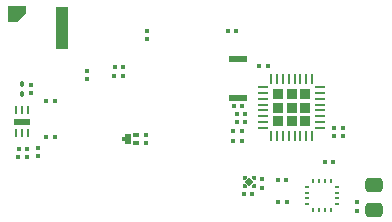
<source format=gbr>
%TF.GenerationSoftware,KiCad,Pcbnew,8.0.0*%
%TF.CreationDate,2024-03-12T22:02:48+01:00*%
%TF.ProjectId,projet s6,70726f6a-6574-4207-9336-2e6b69636164,rev?*%
%TF.SameCoordinates,Original*%
%TF.FileFunction,Paste,Top*%
%TF.FilePolarity,Positive*%
%FSLAX46Y46*%
G04 Gerber Fmt 4.6, Leading zero omitted, Abs format (unit mm)*
G04 Created by KiCad (PCBNEW 8.0.0) date 2024-03-12 22:02:48*
%MOMM*%
%LPD*%
G01*
G04 APERTURE LIST*
G04 Aperture macros list*
%AMRoundRect*
0 Rectangle with rounded corners*
0 $1 Rounding radius*
0 $2 $3 $4 $5 $6 $7 $8 $9 X,Y pos of 4 corners*
0 Add a 4 corners polygon primitive as box body*
4,1,4,$2,$3,$4,$5,$6,$7,$8,$9,$2,$3,0*
0 Add four circle primitives for the rounded corners*
1,1,$1+$1,$2,$3*
1,1,$1+$1,$4,$5*
1,1,$1+$1,$6,$7*
1,1,$1+$1,$8,$9*
0 Add four rect primitives between the rounded corners*
20,1,$1+$1,$2,$3,$4,$5,0*
20,1,$1+$1,$4,$5,$6,$7,0*
20,1,$1+$1,$6,$7,$8,$9,0*
20,1,$1+$1,$8,$9,$2,$3,0*%
%AMRotRect*
0 Rectangle, with rotation*
0 The origin of the aperture is its center*
0 $1 length*
0 $2 width*
0 $3 Rotation angle, in degrees counterclockwise*
0 Add horizontal line*
21,1,$1,$2,0,0,$3*%
%AMOutline4P*
0 Free polygon, 4 corners , with rotation*
0 The origin of the aperture is its center*
0 number of corners: always 4*
0 $1 to $8 corner X, Y*
0 $9 Rotation angle, in degrees counterclockwise*
0 create outline with 4 corners*
4,1,4,$1,$2,$3,$4,$5,$6,$7,$8,$1,$2,$9*%
%AMOutline5P*
0 Free polygon, 5 corners , with rotation*
0 The origin of the aperture is its center*
0 number of corners: always 5*
0 $1 to $10 corner X, Y*
0 $11 Rotation angle, in degrees counterclockwise*
0 create outline with 5 corners*
4,1,5,$1,$2,$3,$4,$5,$6,$7,$8,$9,$10,$1,$2,$11*%
%AMOutline6P*
0 Free polygon, 6 corners , with rotation*
0 The origin of the aperture is its center*
0 number of corners: always 6*
0 $1 to $12 corner X, Y*
0 $13 Rotation angle, in degrees counterclockwise*
0 create outline with 6 corners*
4,1,6,$1,$2,$3,$4,$5,$6,$7,$8,$9,$10,$11,$12,$1,$2,$13*%
%AMOutline7P*
0 Free polygon, 7 corners , with rotation*
0 The origin of the aperture is its center*
0 number of corners: always 7*
0 $1 to $14 corner X, Y*
0 $15 Rotation angle, in degrees counterclockwise*
0 create outline with 7 corners*
4,1,7,$1,$2,$3,$4,$5,$6,$7,$8,$9,$10,$11,$12,$13,$14,$1,$2,$15*%
%AMOutline8P*
0 Free polygon, 8 corners , with rotation*
0 The origin of the aperture is its center*
0 number of corners: always 8*
0 $1 to $16 corner X, Y*
0 $17 Rotation angle, in degrees counterclockwise*
0 create outline with 8 corners*
4,1,8,$1,$2,$3,$4,$5,$6,$7,$8,$9,$10,$11,$12,$13,$14,$15,$16,$1,$2,$17*%
G04 Aperture macros list end*
%ADD10R,0.325000X0.250000*%
%ADD11R,0.250000X0.325000*%
%ADD12Outline5P,-0.207500X0.150000X0.057500X0.150000X0.207500X0.000000X0.207500X-0.150000X-0.207500X-0.150000X180.000000*%
%ADD13Outline5P,-0.207500X0.150000X0.207500X0.150000X0.207500X0.000000X0.057500X-0.150000X-0.207500X-0.150000X180.000000*%
%ADD14RotRect,0.500000X0.500000X225.000000*%
%ADD15Outline5P,-0.207500X0.150000X0.207500X0.150000X0.207500X-0.150000X-0.057500X-0.150000X-0.207500X0.000000X180.000000*%
%ADD16Outline5P,-0.207500X0.000000X-0.057500X0.150000X0.207500X0.150000X0.207500X-0.150000X-0.207500X-0.150000X180.000000*%
%ADD17RoundRect,0.067500X-0.137500X-0.067500X0.137500X-0.067500X0.137500X0.067500X-0.137500X0.067500X0*%
%ADD18RoundRect,0.067500X0.137500X0.067500X-0.137500X0.067500X-0.137500X-0.067500X0.137500X-0.067500X0*%
%ADD19RoundRect,0.067500X0.067500X-0.137500X0.067500X0.137500X-0.067500X0.137500X-0.067500X-0.137500X0*%
%ADD20RoundRect,0.232500X-0.232500X-0.232500X0.232500X-0.232500X0.232500X0.232500X-0.232500X0.232500X0*%
%ADD21RoundRect,0.062500X-0.375000X-0.062500X0.375000X-0.062500X0.375000X0.062500X-0.375000X0.062500X0*%
%ADD22RoundRect,0.062500X-0.062500X-0.375000X0.062500X-0.375000X0.062500X0.375000X-0.062500X0.375000X0*%
%ADD23RoundRect,0.067500X-0.067500X0.137500X-0.067500X-0.137500X0.067500X-0.137500X0.067500X0.137500X0*%
%ADD24RoundRect,0.090000X0.090000X-0.139000X0.090000X0.139000X-0.090000X0.139000X-0.090000X-0.139000X0*%
%ADD25R,0.250000X0.799999*%
%ADD26R,1.420000X0.610000*%
%ADD27Outline5P,-0.650000X0.750000X0.650000X0.750000X0.650000X-0.750000X0.000000X-0.750000X-0.650000X-0.100000X90.000000*%
%ADD28R,1.100000X3.600000*%
%ADD29RoundRect,0.250000X-0.475000X0.337500X-0.475000X-0.337500X0.475000X-0.337500X0.475000X0.337500X0*%
%ADD30R,0.500000X0.350000*%
%ADD31R,0.340000X0.330000*%
%ADD32Outline4P,-0.450000X-0.220000X0.450000X-0.220000X0.450000X0.220000X-0.450000X0.220000X90.000000*%
%ADD33R,1.500000X0.550000*%
G04 APERTURE END LIST*
D10*
%TO.C,IC1*%
X199257000Y-80630000D03*
X199257000Y-81130000D03*
X199257000Y-81630000D03*
X199257000Y-82130000D03*
D11*
X199770000Y-82643000D03*
X200270000Y-82643000D03*
X200770000Y-82643000D03*
X201270000Y-82643000D03*
D10*
X201783000Y-82130000D03*
X201783000Y-81630000D03*
X201783000Y-81130000D03*
X201783000Y-80630000D03*
D11*
X201270000Y-80117000D03*
X200770000Y-80117000D03*
X200270000Y-80117000D03*
X199770000Y-80117000D03*
%TD*%
D12*
%TO.C,U3*%
X194752500Y-79875000D03*
D13*
X194752500Y-80585000D03*
D14*
X194360000Y-80230000D03*
D15*
X193967500Y-80585000D03*
D16*
X193967500Y-79875000D03*
%TD*%
D17*
%TO.C,C14*%
X193907500Y-81260000D03*
X194632500Y-81260000D03*
%TD*%
D18*
%TO.C,R9*%
X197512500Y-80030000D03*
X196787500Y-80030000D03*
%TD*%
D19*
%TO.C,R1*%
X176440000Y-78062500D03*
X176440000Y-77337500D03*
%TD*%
D20*
%TO.C,U1*%
X196800000Y-72780000D03*
X196800000Y-73930000D03*
X196800000Y-75080000D03*
X197950000Y-72780000D03*
X197950000Y-73930000D03*
X197950000Y-75080000D03*
X199100000Y-72780000D03*
X199100000Y-73930000D03*
X199100000Y-75080000D03*
D21*
X195512500Y-72180000D03*
X195512500Y-72680000D03*
X195512500Y-73180000D03*
X195512500Y-73680000D03*
X195512500Y-74180000D03*
X195512500Y-74680000D03*
X195512500Y-75180000D03*
X195512500Y-75680000D03*
D22*
X196200000Y-76367500D03*
X196700000Y-76367500D03*
X197200000Y-76367500D03*
X197700000Y-76367500D03*
X198200000Y-76367500D03*
X198700000Y-76367500D03*
X199200000Y-76367500D03*
X199700000Y-76367500D03*
D21*
X200387500Y-75680000D03*
X200387500Y-75180000D03*
X200387500Y-74680000D03*
X200387500Y-74180000D03*
X200387500Y-73680000D03*
X200387500Y-73180000D03*
X200387500Y-72680000D03*
X200387500Y-72180000D03*
D22*
X199700000Y-71492500D03*
X199200000Y-71492500D03*
X198700000Y-71492500D03*
X198200000Y-71492500D03*
X197700000Y-71492500D03*
X197200000Y-71492500D03*
X196700000Y-71492500D03*
X196200000Y-71492500D03*
%TD*%
D18*
%TO.C,C3*%
X202292500Y-75680000D03*
X201567500Y-75680000D03*
%TD*%
%TO.C,R4*%
X177902500Y-73420000D03*
X177177500Y-73420000D03*
%TD*%
%TO.C,R7*%
X193722500Y-76730000D03*
X192997500Y-76730000D03*
%TD*%
D23*
%TO.C,C15*%
X195420000Y-79977500D03*
X195420000Y-80702500D03*
%TD*%
D18*
%TO.C,R8*%
X201472500Y-78530000D03*
X200747500Y-78530000D03*
%TD*%
D24*
%TO.C,D1*%
X175110000Y-72762500D03*
X175110000Y-71897500D03*
%TD*%
D17*
%TO.C,C1*%
X174837500Y-77410000D03*
X175562500Y-77410000D03*
%TD*%
%TO.C,R6*%
X193017500Y-75880000D03*
X193742500Y-75880000D03*
%TD*%
%TO.C,C9*%
X182937500Y-71290000D03*
X183662500Y-71290000D03*
%TD*%
D19*
%TO.C,C10*%
X180670000Y-71552500D03*
X180670000Y-70827500D03*
%TD*%
D18*
%TO.C,C12*%
X197522500Y-81940000D03*
X196797500Y-81940000D03*
%TD*%
%TO.C,R5*%
X177902500Y-76440000D03*
X177177500Y-76440000D03*
%TD*%
D25*
%TO.C,U2*%
X175620000Y-74179998D03*
X175120001Y-74179998D03*
X174620002Y-74179998D03*
X174620002Y-76080000D03*
X175120001Y-76080000D03*
X175620000Y-76080000D03*
D26*
X175120001Y-75129999D03*
%TD*%
D23*
%TO.C,R10*%
X185750000Y-67420000D03*
X185750000Y-68145000D03*
%TD*%
D18*
%TO.C,R2*%
X175550000Y-78130000D03*
X174825000Y-78130000D03*
%TD*%
D19*
%TO.C,R3*%
X175910000Y-72732500D03*
X175910000Y-72007500D03*
%TD*%
D27*
%TO.C,BT1*%
X174705000Y-66039012D03*
D28*
X178495000Y-67189012D03*
%TD*%
D17*
%TO.C,R11*%
X192550000Y-67450000D03*
X193275000Y-67450000D03*
%TD*%
D29*
%TO.C,C13*%
X204970000Y-80512500D03*
X204970000Y-82587500D03*
%TD*%
D18*
%TO.C,C4*%
X202282500Y-76350000D03*
X201557500Y-76350000D03*
%TD*%
D23*
%TO.C,R14*%
X185610000Y-76230000D03*
X185610000Y-76955000D03*
%TD*%
D17*
%TO.C,C2*%
X193317500Y-74470000D03*
X194042500Y-74470000D03*
%TD*%
D18*
%TO.C,C6*%
X195932500Y-70410000D03*
X195207500Y-70410000D03*
%TD*%
D30*
%TO.C,Q1*%
X184810000Y-76255000D03*
X184810000Y-76905000D03*
D31*
X183730000Y-76580000D03*
D32*
X184120000Y-76580000D03*
%TD*%
D17*
%TO.C,C5*%
X193307500Y-75180000D03*
X194032500Y-75180000D03*
%TD*%
%TO.C,C7*%
X193047500Y-73760000D03*
X193772500Y-73760000D03*
%TD*%
D33*
%TO.C,SW5*%
X193420000Y-69835000D03*
X193420000Y-73085000D03*
%TD*%
D17*
%TO.C,C8*%
X182977500Y-70470000D03*
X183702500Y-70470000D03*
%TD*%
D23*
%TO.C,C11*%
X203520000Y-81967500D03*
X203520000Y-82692500D03*
%TD*%
M02*

</source>
